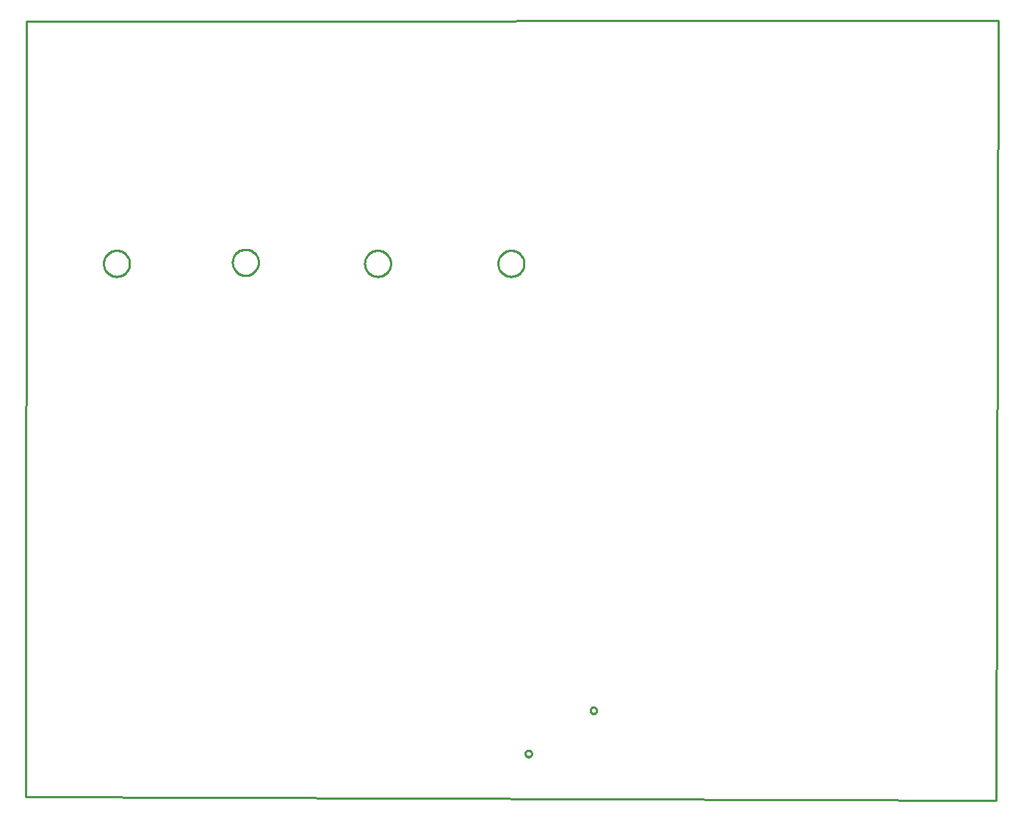
<source format=gbr>
G04 EAGLE Gerber RS-274X export*
G75*
%MOMM*%
%FSLAX34Y34*%
%LPD*%
%IN*%
%IPPOS*%
%AMOC8*
5,1,8,0,0,1.08239X$1,22.5*%
G01*
%ADD10C,0.254000*%


D10*
X1270Y-1270D02*
X1120140Y-5080D01*
X1122680Y894080D01*
X2540Y892810D01*
X1270Y-1270D01*
X560374Y598850D02*
X559306Y598926D01*
X558245Y599079D01*
X557198Y599307D01*
X556170Y599609D01*
X555166Y599983D01*
X554191Y600428D01*
X553251Y600942D01*
X552350Y601521D01*
X551492Y602163D01*
X550682Y602865D01*
X549925Y603622D01*
X549223Y604432D01*
X548581Y605290D01*
X548002Y606191D01*
X547488Y607131D01*
X547043Y608106D01*
X546669Y609110D01*
X546367Y610138D01*
X546139Y611185D01*
X545986Y612246D01*
X545910Y613314D01*
X545910Y614386D01*
X545986Y615454D01*
X546139Y616515D01*
X546367Y617562D01*
X546669Y618590D01*
X547043Y619594D01*
X547488Y620569D01*
X548002Y621509D01*
X548581Y622410D01*
X549223Y623268D01*
X549925Y624078D01*
X550682Y624835D01*
X551492Y625537D01*
X552350Y626179D01*
X553251Y626758D01*
X554191Y627272D01*
X555166Y627717D01*
X556170Y628091D01*
X557198Y628393D01*
X558245Y628621D01*
X559306Y628774D01*
X560374Y628850D01*
X561446Y628850D01*
X562514Y628774D01*
X563575Y628621D01*
X564622Y628393D01*
X565650Y628091D01*
X566654Y627717D01*
X567629Y627272D01*
X568569Y626758D01*
X569470Y626179D01*
X570328Y625537D01*
X571138Y624835D01*
X571895Y624078D01*
X572597Y623268D01*
X573239Y622410D01*
X573818Y621509D01*
X574332Y620569D01*
X574777Y619594D01*
X575151Y618590D01*
X575453Y617562D01*
X575681Y616515D01*
X575834Y615454D01*
X575910Y614386D01*
X575910Y613314D01*
X575834Y612246D01*
X575681Y611185D01*
X575453Y610138D01*
X575151Y609110D01*
X574777Y608106D01*
X574332Y607131D01*
X573818Y606191D01*
X573239Y605290D01*
X572597Y604432D01*
X571895Y603622D01*
X571138Y602865D01*
X570328Y602163D01*
X569470Y601521D01*
X568569Y600942D01*
X567629Y600428D01*
X566654Y599983D01*
X565650Y599609D01*
X564622Y599307D01*
X563575Y599079D01*
X562514Y598926D01*
X561446Y598850D01*
X560374Y598850D01*
X105714Y598850D02*
X104646Y598926D01*
X103585Y599079D01*
X102538Y599307D01*
X101510Y599609D01*
X100506Y599983D01*
X99531Y600428D01*
X98591Y600942D01*
X97690Y601521D01*
X96832Y602163D01*
X96022Y602865D01*
X95265Y603622D01*
X94563Y604432D01*
X93921Y605290D01*
X93342Y606191D01*
X92828Y607131D01*
X92383Y608106D01*
X92009Y609110D01*
X91707Y610138D01*
X91479Y611185D01*
X91326Y612246D01*
X91250Y613314D01*
X91250Y614386D01*
X91326Y615454D01*
X91479Y616515D01*
X91707Y617562D01*
X92009Y618590D01*
X92383Y619594D01*
X92828Y620569D01*
X93342Y621509D01*
X93921Y622410D01*
X94563Y623268D01*
X95265Y624078D01*
X96022Y624835D01*
X96832Y625537D01*
X97690Y626179D01*
X98591Y626758D01*
X99531Y627272D01*
X100506Y627717D01*
X101510Y628091D01*
X102538Y628393D01*
X103585Y628621D01*
X104646Y628774D01*
X105714Y628850D01*
X106786Y628850D01*
X107854Y628774D01*
X108915Y628621D01*
X109962Y628393D01*
X110990Y628091D01*
X111994Y627717D01*
X112969Y627272D01*
X113909Y626758D01*
X114810Y626179D01*
X115668Y625537D01*
X116478Y624835D01*
X117235Y624078D01*
X117937Y623268D01*
X118579Y622410D01*
X119158Y621509D01*
X119672Y620569D01*
X120117Y619594D01*
X120491Y618590D01*
X120793Y617562D01*
X121021Y616515D01*
X121174Y615454D01*
X121250Y614386D01*
X121250Y613314D01*
X121174Y612246D01*
X121021Y611185D01*
X120793Y610138D01*
X120491Y609110D01*
X120117Y608106D01*
X119672Y607131D01*
X119158Y606191D01*
X118579Y605290D01*
X117937Y604432D01*
X117235Y603622D01*
X116478Y602865D01*
X115668Y602163D01*
X114810Y601521D01*
X113909Y600942D01*
X112969Y600428D01*
X111994Y599983D01*
X110990Y599609D01*
X109962Y599307D01*
X108915Y599079D01*
X107854Y598926D01*
X106786Y598850D01*
X105714Y598850D01*
X406704Y598850D02*
X405636Y598926D01*
X404575Y599079D01*
X403528Y599307D01*
X402500Y599609D01*
X401496Y599983D01*
X400521Y600428D01*
X399581Y600942D01*
X398680Y601521D01*
X397822Y602163D01*
X397012Y602865D01*
X396255Y603622D01*
X395553Y604432D01*
X394911Y605290D01*
X394332Y606191D01*
X393818Y607131D01*
X393373Y608106D01*
X392999Y609110D01*
X392697Y610138D01*
X392469Y611185D01*
X392316Y612246D01*
X392240Y613314D01*
X392240Y614386D01*
X392316Y615454D01*
X392469Y616515D01*
X392697Y617562D01*
X392999Y618590D01*
X393373Y619594D01*
X393818Y620569D01*
X394332Y621509D01*
X394911Y622410D01*
X395553Y623268D01*
X396255Y624078D01*
X397012Y624835D01*
X397822Y625537D01*
X398680Y626179D01*
X399581Y626758D01*
X400521Y627272D01*
X401496Y627717D01*
X402500Y628091D01*
X403528Y628393D01*
X404575Y628621D01*
X405636Y628774D01*
X406704Y628850D01*
X407776Y628850D01*
X408844Y628774D01*
X409905Y628621D01*
X410952Y628393D01*
X411980Y628091D01*
X412984Y627717D01*
X413959Y627272D01*
X414899Y626758D01*
X415800Y626179D01*
X416658Y625537D01*
X417468Y624835D01*
X418225Y624078D01*
X418927Y623268D01*
X419569Y622410D01*
X420148Y621509D01*
X420662Y620569D01*
X421107Y619594D01*
X421481Y618590D01*
X421783Y617562D01*
X422011Y616515D01*
X422164Y615454D01*
X422240Y614386D01*
X422240Y613314D01*
X422164Y612246D01*
X422011Y611185D01*
X421783Y610138D01*
X421481Y609110D01*
X421107Y608106D01*
X420662Y607131D01*
X420148Y606191D01*
X419569Y605290D01*
X418927Y604432D01*
X418225Y603622D01*
X417468Y602865D01*
X416658Y602163D01*
X415800Y601521D01*
X414899Y600942D01*
X413959Y600428D01*
X412984Y599983D01*
X411980Y599609D01*
X410952Y599307D01*
X409905Y599079D01*
X408844Y598926D01*
X407776Y598850D01*
X406704Y598850D01*
X254304Y600120D02*
X253236Y600196D01*
X252175Y600349D01*
X251128Y600577D01*
X250100Y600879D01*
X249096Y601253D01*
X248121Y601698D01*
X247181Y602212D01*
X246280Y602791D01*
X245422Y603433D01*
X244612Y604135D01*
X243855Y604892D01*
X243153Y605702D01*
X242511Y606560D01*
X241932Y607461D01*
X241418Y608401D01*
X240973Y609376D01*
X240599Y610380D01*
X240297Y611408D01*
X240069Y612455D01*
X239916Y613516D01*
X239840Y614584D01*
X239840Y615656D01*
X239916Y616724D01*
X240069Y617785D01*
X240297Y618832D01*
X240599Y619860D01*
X240973Y620864D01*
X241418Y621839D01*
X241932Y622779D01*
X242511Y623680D01*
X243153Y624538D01*
X243855Y625348D01*
X244612Y626105D01*
X245422Y626807D01*
X246280Y627449D01*
X247181Y628028D01*
X248121Y628542D01*
X249096Y628987D01*
X250100Y629361D01*
X251128Y629663D01*
X252175Y629891D01*
X253236Y630044D01*
X254304Y630120D01*
X255376Y630120D01*
X256444Y630044D01*
X257505Y629891D01*
X258552Y629663D01*
X259580Y629361D01*
X260584Y628987D01*
X261559Y628542D01*
X262499Y628028D01*
X263400Y627449D01*
X264258Y626807D01*
X265068Y626105D01*
X265825Y625348D01*
X266527Y624538D01*
X267169Y623680D01*
X267748Y622779D01*
X268262Y621839D01*
X268707Y620864D01*
X269081Y619860D01*
X269383Y618832D01*
X269611Y617785D01*
X269764Y616724D01*
X269840Y615656D01*
X269840Y614584D01*
X269764Y613516D01*
X269611Y612455D01*
X269383Y611408D01*
X269081Y610380D01*
X268707Y609376D01*
X268262Y608401D01*
X267748Y607461D01*
X267169Y606560D01*
X266527Y605702D01*
X265825Y604892D01*
X265068Y604135D01*
X264258Y603433D01*
X263400Y602791D01*
X262499Y602212D01*
X261559Y601698D01*
X260584Y601253D01*
X259580Y600879D01*
X258552Y600577D01*
X257505Y600349D01*
X256444Y600196D01*
X255376Y600120D01*
X254304Y600120D01*
X584775Y48522D02*
X584711Y48035D01*
X584584Y47560D01*
X584396Y47106D01*
X584150Y46680D01*
X583850Y46290D01*
X583503Y45943D01*
X583113Y45643D01*
X582687Y45398D01*
X582233Y45209D01*
X581758Y45082D01*
X581271Y45018D01*
X580779Y45018D01*
X580292Y45082D01*
X579817Y45209D01*
X579363Y45398D01*
X578937Y45643D01*
X578547Y45943D01*
X578200Y46290D01*
X577900Y46680D01*
X577655Y47106D01*
X577466Y47560D01*
X577339Y48035D01*
X577275Y48522D01*
X577275Y49014D01*
X577339Y49501D01*
X577466Y49976D01*
X577655Y50430D01*
X577900Y50856D01*
X578200Y51246D01*
X578547Y51593D01*
X578937Y51893D01*
X579363Y52139D01*
X579817Y52327D01*
X580292Y52454D01*
X580779Y52518D01*
X581271Y52518D01*
X581758Y52454D01*
X582233Y52327D01*
X582687Y52139D01*
X583113Y51893D01*
X583503Y51593D01*
X583850Y51246D01*
X584150Y50856D01*
X584396Y50430D01*
X584584Y49976D01*
X584711Y49501D01*
X584775Y49014D01*
X584775Y48522D01*
X659705Y98306D02*
X659641Y97819D01*
X659514Y97344D01*
X659326Y96890D01*
X659080Y96464D01*
X658780Y96074D01*
X658433Y95727D01*
X658043Y95427D01*
X657617Y95182D01*
X657163Y94993D01*
X656688Y94866D01*
X656201Y94802D01*
X655709Y94802D01*
X655222Y94866D01*
X654747Y94993D01*
X654293Y95182D01*
X653867Y95427D01*
X653477Y95727D01*
X653130Y96074D01*
X652830Y96464D01*
X652585Y96890D01*
X652396Y97344D01*
X652269Y97819D01*
X652205Y98306D01*
X652205Y98798D01*
X652269Y99285D01*
X652396Y99760D01*
X652585Y100214D01*
X652830Y100640D01*
X653130Y101030D01*
X653477Y101377D01*
X653867Y101677D01*
X654293Y101923D01*
X654747Y102111D01*
X655222Y102238D01*
X655709Y102302D01*
X656201Y102302D01*
X656688Y102238D01*
X657163Y102111D01*
X657617Y101923D01*
X658043Y101677D01*
X658433Y101377D01*
X658780Y101030D01*
X659080Y100640D01*
X659326Y100214D01*
X659514Y99760D01*
X659641Y99285D01*
X659705Y98798D01*
X659705Y98306D01*
M02*

</source>
